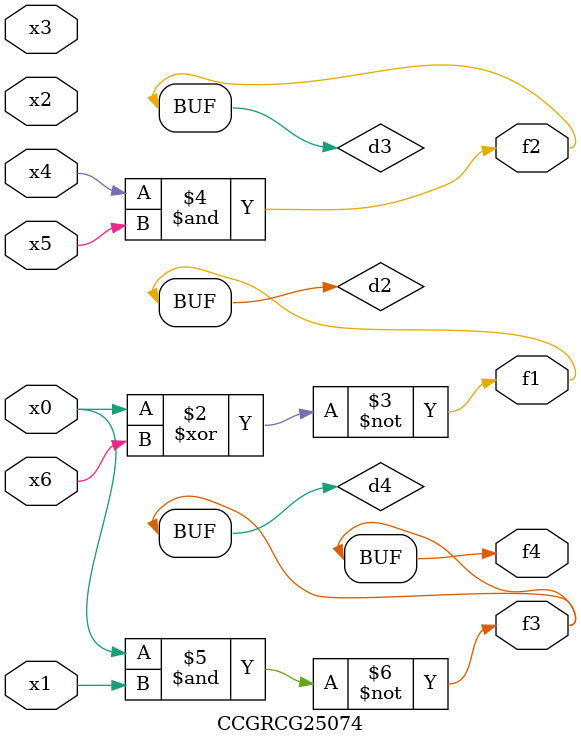
<source format=v>
module CCGRCG25074(
	input x0, x1, x2, x3, x4, x5, x6,
	output f1, f2, f3, f4
);

	wire d1, d2, d3, d4;

	nor (d1, x0);
	xnor (d2, x0, x6);
	and (d3, x4, x5);
	nand (d4, x0, x1);
	assign f1 = d2;
	assign f2 = d3;
	assign f3 = d4;
	assign f4 = d4;
endmodule

</source>
